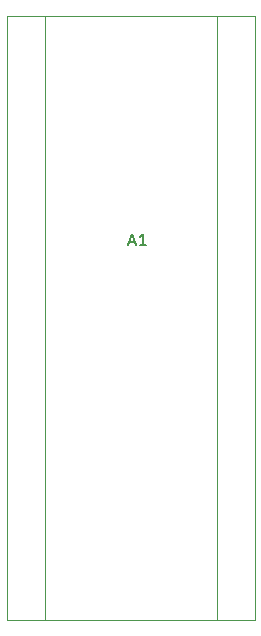
<source format=gbr>
%TF.GenerationSoftware,KiCad,Pcbnew,7.0.5*%
%TF.CreationDate,2024-02-18T16:55:48-05:00*%
%TF.ProjectId,pico-reset,7069636f-2d72-4657-9365-742e6b696361,rev?*%
%TF.SameCoordinates,Original*%
%TF.FileFunction,Legend,Top*%
%TF.FilePolarity,Positive*%
%FSLAX46Y46*%
G04 Gerber Fmt 4.6, Leading zero omitted, Abs format (unit mm)*
G04 Created by KiCad (PCBNEW 7.0.5) date 2024-02-18 16:55:48*
%MOMM*%
%LPD*%
G01*
G04 APERTURE LIST*
%ADD10C,0.150000*%
%ADD11C,0.120000*%
G04 APERTURE END LIST*
D10*
%TO.C,A1*%
X120535714Y-98979104D02*
X121011904Y-98979104D01*
X120440476Y-99264819D02*
X120773809Y-98264819D01*
X120773809Y-98264819D02*
X121107142Y-99264819D01*
X121964285Y-99264819D02*
X121392857Y-99264819D01*
X121678571Y-99264819D02*
X121678571Y-98264819D01*
X121678571Y-98264819D02*
X121583333Y-98407676D01*
X121583333Y-98407676D02*
X121488095Y-98502914D01*
X121488095Y-98502914D02*
X121392857Y-98550533D01*
D11*
X110160000Y-130990000D02*
X131139999Y-130990000D01*
X110160001Y-79830000D02*
X110160000Y-130990000D01*
X113350000Y-79860000D02*
X113350000Y-130960000D01*
X117153334Y-79830000D02*
X110160001Y-79830000D01*
X127950000Y-79860000D02*
X127950000Y-130910000D01*
X131139999Y-130990000D02*
X131140000Y-79830000D01*
X131140000Y-79830000D02*
X117153334Y-79830000D01*
%TD*%
M02*

</source>
